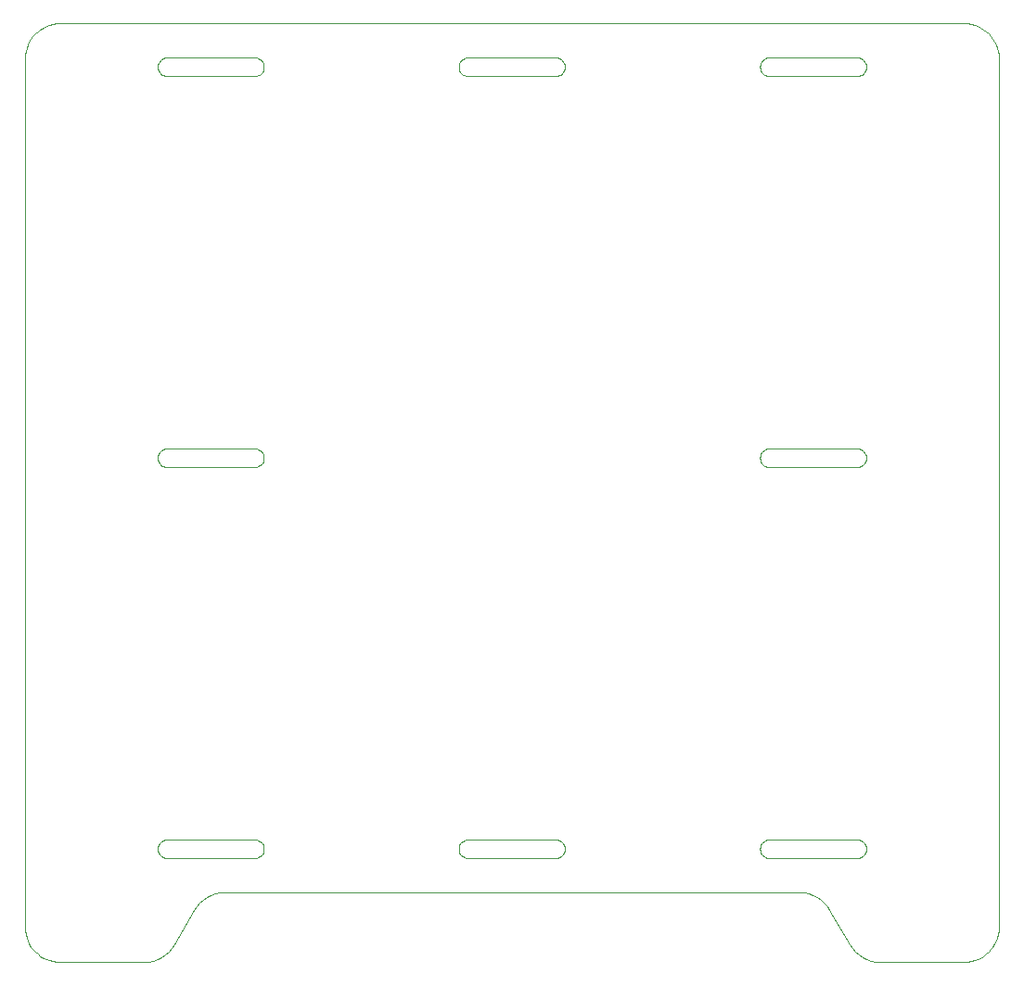
<source format=gbr>
%TF.GenerationSoftware,KiCad,Pcbnew,(5.1.10)-1*%
%TF.CreationDate,2022-01-31T16:37:24-08:00*%
%TF.ProjectId,TMPCB_Footprint-Side,544d5043-425f-4466-9f6f-747072696e74,rev?*%
%TF.SameCoordinates,Original*%
%TF.FileFunction,Profile,NP*%
%FSLAX46Y46*%
G04 Gerber Fmt 4.6, Leading zero omitted, Abs format (unit mm)*
G04 Created by KiCad (PCBNEW (5.1.10)-1) date 2022-01-31 16:37:24*
%MOMM*%
%LPD*%
G01*
G04 APERTURE LIST*
%TA.AperFunction,Profile*%
%ADD10C,0.100000*%
%TD*%
G04 APERTURE END LIST*
D10*
%TO.C,Outline*%
X163106500Y-119847800D02*
X163106500Y-119847800D01*
X163106500Y-119847800D02*
X163106500Y-119847800D01*
X162937700Y-119864800D02*
X163106500Y-119847800D01*
X162780400Y-119912800D02*
X162937700Y-119864800D01*
X162638000Y-119990800D02*
X162780400Y-119912800D01*
X162513800Y-120092800D02*
X162638000Y-119990800D01*
X162411300Y-120216800D02*
X162513800Y-120092800D01*
X162334000Y-120358800D02*
X162411300Y-120216800D01*
X162285300Y-120516800D02*
X162334000Y-120358800D01*
X162268400Y-120685800D02*
X162285300Y-120516800D01*
X162268400Y-120710800D02*
X162268400Y-120685800D01*
X162285300Y-120879800D02*
X162268400Y-120710800D01*
X162334000Y-121036800D02*
X162285300Y-120879800D01*
X162411400Y-121179800D02*
X162334000Y-121036800D01*
X162513800Y-121303800D02*
X162411400Y-121179800D01*
X162638000Y-121405800D02*
X162513800Y-121303800D01*
X162780400Y-121482800D02*
X162638000Y-121405800D01*
X162937700Y-121531800D02*
X162780400Y-121482800D01*
X163106500Y-121548800D02*
X162937700Y-121531800D01*
X171133000Y-121548800D02*
X163106500Y-121548800D01*
X171302000Y-121531800D02*
X171133000Y-121548800D01*
X171459000Y-121482800D02*
X171302000Y-121531800D01*
X171601000Y-121404800D02*
X171459000Y-121482800D01*
X171726000Y-121301800D02*
X171601000Y-121404800D01*
X171828000Y-121176800D02*
X171726000Y-121301800D01*
X171905000Y-121031800D02*
X171828000Y-121176800D01*
X171954000Y-120871800D02*
X171905000Y-121031800D01*
X171971000Y-120697800D02*
X171954000Y-120871800D01*
X171954000Y-120524800D02*
X171971000Y-120697800D01*
X171905000Y-120364800D02*
X171954000Y-120524800D01*
X171828000Y-120219800D02*
X171905000Y-120364800D01*
X171726000Y-120094800D02*
X171828000Y-120219800D01*
X171601000Y-119991800D02*
X171726000Y-120094800D01*
X171459000Y-119913800D02*
X171601000Y-119991800D01*
X171302000Y-119864800D02*
X171459000Y-119913800D01*
X171133000Y-119847800D02*
X171302000Y-119864800D01*
X163106500Y-119847800D02*
X171133000Y-119847800D01*
X135610200Y-119847800D02*
X135610200Y-119847800D01*
X135610200Y-119847800D02*
X135610200Y-119847800D01*
X135441400Y-119864800D02*
X135610200Y-119847800D01*
X135284100Y-119912800D02*
X135441400Y-119864800D01*
X135141600Y-119990800D02*
X135284100Y-119912800D01*
X135017500Y-120092800D02*
X135141600Y-119990800D01*
X134915000Y-120216800D02*
X135017500Y-120092800D01*
X134837600Y-120358800D02*
X134915000Y-120216800D01*
X134788900Y-120516800D02*
X134837600Y-120358800D01*
X134772000Y-120685800D02*
X134788900Y-120516800D01*
X134772000Y-120710800D02*
X134772000Y-120685800D01*
X134788900Y-120879800D02*
X134772000Y-120710800D01*
X134837600Y-121036800D02*
X134788900Y-120879800D01*
X134915000Y-121179800D02*
X134837600Y-121036800D01*
X135017500Y-121303800D02*
X134915000Y-121179800D01*
X135141600Y-121405800D02*
X135017500Y-121303800D01*
X135284100Y-121482800D02*
X135141600Y-121405800D01*
X135441400Y-121531800D02*
X135284100Y-121482800D01*
X135610200Y-121548800D02*
X135441400Y-121531800D01*
X143636600Y-121548800D02*
X135610200Y-121548800D01*
X143805400Y-121531800D02*
X143636600Y-121548800D01*
X143962700Y-121482800D02*
X143805400Y-121531800D01*
X144105200Y-121404800D02*
X143962700Y-121482800D01*
X144229300Y-121301800D02*
X144105200Y-121404800D01*
X144331800Y-121176800D02*
X144229300Y-121301800D01*
X144409200Y-121031800D02*
X144331800Y-121176800D01*
X144457900Y-120871800D02*
X144409200Y-121031800D01*
X144474800Y-120697800D02*
X144457900Y-120871800D01*
X144457900Y-120524800D02*
X144474800Y-120697800D01*
X144409200Y-120364800D02*
X144457900Y-120524800D01*
X144331800Y-120219800D02*
X144409200Y-120364800D01*
X144229300Y-120094800D02*
X144331800Y-120219800D01*
X144105200Y-119991800D02*
X144229300Y-120094800D01*
X143962700Y-119913800D02*
X144105200Y-119991800D01*
X143805400Y-119864800D02*
X143962700Y-119913800D01*
X143636600Y-119847800D02*
X143805400Y-119864800D01*
X135610200Y-119847800D02*
X143636600Y-119847800D01*
X108113900Y-119847800D02*
X108113900Y-119847800D01*
X108113900Y-119847800D02*
X108113900Y-119847800D01*
X107945100Y-119864800D02*
X108113900Y-119847800D01*
X107787800Y-119913800D02*
X107945100Y-119864800D01*
X107645300Y-119990800D02*
X107787800Y-119913800D01*
X107521200Y-120092800D02*
X107645300Y-119990800D01*
X107418700Y-120216800D02*
X107521200Y-120092800D01*
X107341300Y-120358800D02*
X107418700Y-120216800D01*
X107292600Y-120516800D02*
X107341300Y-120358800D01*
X107275700Y-120685800D02*
X107292600Y-120516800D01*
X107275700Y-120710800D02*
X107275700Y-120685800D01*
X107292600Y-120879800D02*
X107275700Y-120710800D01*
X107341300Y-121036800D02*
X107292600Y-120879800D01*
X107418700Y-121179800D02*
X107341300Y-121036800D01*
X107521200Y-121303800D02*
X107418700Y-121179800D01*
X107645300Y-121405800D02*
X107521200Y-121303800D01*
X107787800Y-121482800D02*
X107645300Y-121405800D01*
X107945100Y-121531800D02*
X107787800Y-121482800D01*
X108113900Y-121548800D02*
X107945100Y-121531800D01*
X116140300Y-121548800D02*
X108113900Y-121548800D01*
X116309100Y-121531800D02*
X116140300Y-121548800D01*
X116466400Y-121482800D02*
X116309100Y-121531800D01*
X116608900Y-121404800D02*
X116466400Y-121482800D01*
X116733000Y-121301800D02*
X116608900Y-121404800D01*
X116835500Y-121176800D02*
X116733000Y-121301800D01*
X116912800Y-121031800D02*
X116835500Y-121176800D01*
X116961500Y-120871800D02*
X116912800Y-121031800D01*
X116978400Y-120697800D02*
X116961500Y-120871800D01*
X116961500Y-120524800D02*
X116978400Y-120697800D01*
X116912800Y-120364800D02*
X116961500Y-120524800D01*
X116835400Y-120219800D02*
X116912800Y-120364800D01*
X116733000Y-120094800D02*
X116835400Y-120219800D01*
X116608900Y-119991800D02*
X116733000Y-120094800D01*
X116466400Y-119913800D02*
X116608900Y-119991800D01*
X116309100Y-119864800D02*
X116466400Y-119913800D01*
X116140300Y-119847800D02*
X116309100Y-119864800D01*
X108113900Y-119847800D02*
X116140300Y-119847800D01*
X163106500Y-84122700D02*
X163106500Y-84122700D01*
X163106500Y-84122700D02*
X163106500Y-84122700D01*
X162937700Y-84139600D02*
X163106500Y-84122700D01*
X162780400Y-84188300D02*
X162937700Y-84139600D01*
X162638000Y-84265700D02*
X162780400Y-84188300D01*
X162513800Y-84368100D02*
X162638000Y-84265700D01*
X162411300Y-84492000D02*
X162513800Y-84368100D01*
X162334000Y-84634300D02*
X162411300Y-84492000D01*
X162285300Y-84791800D02*
X162334000Y-84634300D01*
X162268400Y-84960900D02*
X162285300Y-84791800D01*
X162268400Y-84985700D02*
X162268400Y-84960900D01*
X162285300Y-85154700D02*
X162268400Y-84985700D01*
X162334000Y-85312200D02*
X162285300Y-85154700D01*
X162411400Y-85454500D02*
X162334000Y-85312200D01*
X162513800Y-85578400D02*
X162411400Y-85454500D01*
X162638000Y-85680800D02*
X162513800Y-85578400D01*
X162780400Y-85758200D02*
X162638000Y-85680800D01*
X162937700Y-85806900D02*
X162780400Y-85758200D01*
X163106500Y-85823800D02*
X162937700Y-85806900D01*
X171133000Y-85823800D02*
X163106500Y-85823800D01*
X171302000Y-85807000D02*
X171133000Y-85823800D01*
X171459000Y-85758200D02*
X171302000Y-85807000D01*
X171601000Y-85680300D02*
X171459000Y-85758200D01*
X171726000Y-85576800D02*
X171601000Y-85680300D01*
X171828000Y-85451500D02*
X171726000Y-85576800D01*
X171905000Y-85307100D02*
X171828000Y-85451500D01*
X171954000Y-85146500D02*
X171905000Y-85307100D01*
X171971000Y-84973200D02*
X171954000Y-85146500D01*
X171954000Y-84800300D02*
X171971000Y-84973200D01*
X171905000Y-84639900D02*
X171954000Y-84800300D01*
X171828000Y-84495300D02*
X171905000Y-84639900D01*
X171726000Y-84369700D02*
X171828000Y-84495300D01*
X171601000Y-84266500D02*
X171726000Y-84369700D01*
X171459000Y-84188800D02*
X171601000Y-84266500D01*
X171302000Y-84139800D02*
X171459000Y-84188800D01*
X171133000Y-84122700D02*
X171302000Y-84139800D01*
X163106500Y-84122700D02*
X171133000Y-84122700D01*
X108113900Y-84122700D02*
X108113900Y-84122700D01*
X108113900Y-84122700D02*
X108113900Y-84122700D01*
X107945100Y-84139600D02*
X108113900Y-84122700D01*
X107787800Y-84188300D02*
X107945100Y-84139600D01*
X107645300Y-84265700D02*
X107787800Y-84188300D01*
X107521200Y-84368100D02*
X107645300Y-84265700D01*
X107418700Y-84492000D02*
X107521200Y-84368100D01*
X107341300Y-84634300D02*
X107418700Y-84492000D01*
X107292600Y-84791800D02*
X107341300Y-84634300D01*
X107275700Y-84960800D02*
X107292600Y-84791800D01*
X107275700Y-84985600D02*
X107275700Y-84960800D01*
X107292600Y-85154700D02*
X107275700Y-84985600D01*
X107341300Y-85312200D02*
X107292600Y-85154700D01*
X107418700Y-85454500D02*
X107341300Y-85312200D01*
X107521200Y-85578400D02*
X107418700Y-85454500D01*
X107645300Y-85680800D02*
X107521200Y-85578400D01*
X107787800Y-85758200D02*
X107645300Y-85680800D01*
X107945100Y-85806900D02*
X107787800Y-85758200D01*
X108113900Y-85823800D02*
X107945100Y-85806900D01*
X116140300Y-85823800D02*
X108113900Y-85823800D01*
X116309100Y-85807000D02*
X116140300Y-85823800D01*
X116466400Y-85758200D02*
X116309100Y-85807000D01*
X116608900Y-85680300D02*
X116466400Y-85758200D01*
X116733000Y-85576800D02*
X116608900Y-85680300D01*
X116835500Y-85451500D02*
X116733000Y-85576800D01*
X116912900Y-85307100D02*
X116835500Y-85451500D01*
X116961600Y-85146500D02*
X116912900Y-85307100D01*
X116978500Y-84973200D02*
X116961600Y-85146500D01*
X116961600Y-84800300D02*
X116978500Y-84973200D01*
X116912900Y-84639900D02*
X116961600Y-84800300D01*
X116835500Y-84495300D02*
X116912900Y-84639900D01*
X116733000Y-84369700D02*
X116835500Y-84495300D01*
X116608900Y-84266500D02*
X116733000Y-84369700D01*
X116466400Y-84188800D02*
X116608900Y-84266500D01*
X116309100Y-84139800D02*
X116466400Y-84188800D01*
X116140300Y-84122700D02*
X116309100Y-84139800D01*
X108113900Y-84122700D02*
X116140300Y-84122700D01*
X163106500Y-48397700D02*
X163106500Y-48397700D01*
X163106500Y-48397700D02*
X163106500Y-48397700D01*
X162937700Y-48414600D02*
X163106500Y-48397700D01*
X162780400Y-48463300D02*
X162937700Y-48414600D01*
X162637900Y-48540700D02*
X162780400Y-48463300D01*
X162513800Y-48643100D02*
X162637900Y-48540700D01*
X162411300Y-48767000D02*
X162513800Y-48643100D01*
X162333900Y-48909300D02*
X162411300Y-48767000D01*
X162285200Y-49066800D02*
X162333900Y-48909300D01*
X162268300Y-49235900D02*
X162285200Y-49066800D01*
X162268300Y-49260700D02*
X162268300Y-49235900D01*
X162285200Y-49429700D02*
X162268300Y-49260700D01*
X162333900Y-49587200D02*
X162285200Y-49429700D01*
X162411400Y-49729500D02*
X162333900Y-49587200D01*
X162513800Y-49853400D02*
X162411400Y-49729500D01*
X162638000Y-49955800D02*
X162513800Y-49853400D01*
X162780400Y-50033200D02*
X162638000Y-49955800D01*
X162937700Y-50081900D02*
X162780400Y-50033200D01*
X163106500Y-50098800D02*
X162937700Y-50081900D01*
X171133000Y-50098800D02*
X163106500Y-50098800D01*
X171302000Y-50082000D02*
X171133000Y-50098800D01*
X171459000Y-50033200D02*
X171302000Y-50082000D01*
X171601000Y-49955300D02*
X171459000Y-50033200D01*
X171726000Y-49851800D02*
X171601000Y-49955300D01*
X171828000Y-49726500D02*
X171726000Y-49851800D01*
X171905000Y-49582100D02*
X171828000Y-49726500D01*
X171954000Y-49421500D02*
X171905000Y-49582100D01*
X171971000Y-49248200D02*
X171954000Y-49421500D01*
X171954000Y-49075300D02*
X171971000Y-49248200D01*
X171905000Y-48914900D02*
X171954000Y-49075300D01*
X171828000Y-48770300D02*
X171905000Y-48914900D01*
X171726000Y-48644700D02*
X171828000Y-48770300D01*
X171601000Y-48541500D02*
X171726000Y-48644700D01*
X171459000Y-48463800D02*
X171601000Y-48541500D01*
X171302000Y-48414800D02*
X171459000Y-48463800D01*
X171133000Y-48397700D02*
X171302000Y-48414800D01*
X163106500Y-48397700D02*
X171133000Y-48397700D01*
X135610200Y-48397700D02*
X135610200Y-48397700D01*
X135610200Y-48397700D02*
X135610200Y-48397700D01*
X135441400Y-48414600D02*
X135610200Y-48397700D01*
X135284100Y-48463300D02*
X135441400Y-48414600D01*
X135141600Y-48540700D02*
X135284100Y-48463300D01*
X135017500Y-48643100D02*
X135141600Y-48540700D01*
X134915000Y-48767000D02*
X135017500Y-48643100D01*
X134837600Y-48909300D02*
X134915000Y-48767000D01*
X134788900Y-49066800D02*
X134837600Y-48909300D01*
X134772000Y-49235900D02*
X134788900Y-49066800D01*
X134772000Y-49260700D02*
X134772000Y-49235900D01*
X134788900Y-49429700D02*
X134772000Y-49260700D01*
X134837600Y-49587200D02*
X134788900Y-49429700D01*
X134915100Y-49729500D02*
X134837600Y-49587200D01*
X135017500Y-49853400D02*
X134915100Y-49729500D01*
X135141700Y-49955800D02*
X135017500Y-49853400D01*
X135284100Y-50033200D02*
X135141700Y-49955800D01*
X135441400Y-50081900D02*
X135284100Y-50033200D01*
X135610200Y-50098800D02*
X135441400Y-50081900D01*
X143636600Y-50098800D02*
X135610200Y-50098800D01*
X143805400Y-50082000D02*
X143636600Y-50098800D01*
X143962700Y-50033200D02*
X143805400Y-50082000D01*
X144105200Y-49955300D02*
X143962700Y-50033200D01*
X144229300Y-49851800D02*
X144105200Y-49955300D01*
X144331800Y-49726500D02*
X144229300Y-49851800D01*
X144409200Y-49582100D02*
X144331800Y-49726500D01*
X144457900Y-49421500D02*
X144409200Y-49582100D01*
X144474800Y-49248200D02*
X144457900Y-49421500D01*
X144457900Y-49075300D02*
X144474800Y-49248200D01*
X144409200Y-48914900D02*
X144457900Y-49075300D01*
X144331800Y-48770300D02*
X144409200Y-48914900D01*
X144229300Y-48644700D02*
X144331800Y-48770300D01*
X144105200Y-48541500D02*
X144229300Y-48644700D01*
X143962700Y-48463800D02*
X144105200Y-48541500D01*
X143805400Y-48414800D02*
X143962700Y-48463800D01*
X143636600Y-48397700D02*
X143805400Y-48414800D01*
X135610200Y-48397700D02*
X143636600Y-48397700D01*
X108113900Y-48397700D02*
X108113900Y-48397700D01*
X108113900Y-48397700D02*
X108113900Y-48397700D01*
X107945100Y-48414600D02*
X108113900Y-48397700D01*
X107787800Y-48463300D02*
X107945100Y-48414600D01*
X107645300Y-48540700D02*
X107787800Y-48463300D01*
X107521200Y-48643100D02*
X107645300Y-48540700D01*
X107418700Y-48767000D02*
X107521200Y-48643100D01*
X107341300Y-48909300D02*
X107418700Y-48767000D01*
X107292600Y-49066800D02*
X107341300Y-48909300D01*
X107275700Y-49235900D02*
X107292600Y-49066800D01*
X107275700Y-49260700D02*
X107275700Y-49235900D01*
X107292600Y-49429700D02*
X107275700Y-49260700D01*
X107341300Y-49587200D02*
X107292600Y-49429700D01*
X107418700Y-49729500D02*
X107341300Y-49587200D01*
X107521200Y-49853400D02*
X107418700Y-49729500D01*
X107645300Y-49955800D02*
X107521200Y-49853400D01*
X107787800Y-50033200D02*
X107645300Y-49955800D01*
X107945100Y-50081900D02*
X107787800Y-50033200D01*
X108113900Y-50098800D02*
X107945100Y-50081900D01*
X116140300Y-50098800D02*
X108113900Y-50098800D01*
X116309100Y-50082000D02*
X116140300Y-50098800D01*
X116466400Y-50033200D02*
X116309100Y-50082000D01*
X116608900Y-49955300D02*
X116466400Y-50033200D01*
X116733000Y-49851800D02*
X116608900Y-49955300D01*
X116835500Y-49726500D02*
X116733000Y-49851800D01*
X116912800Y-49582100D02*
X116835500Y-49726500D01*
X116961500Y-49421500D02*
X116912800Y-49582100D01*
X116978400Y-49248200D02*
X116961500Y-49421500D01*
X116961500Y-49075300D02*
X116978400Y-49248200D01*
X116912800Y-48914900D02*
X116961500Y-49075300D01*
X116835400Y-48770300D02*
X116912800Y-48914900D01*
X116733000Y-48644700D02*
X116835400Y-48770300D01*
X116608900Y-48541500D02*
X116733000Y-48644700D01*
X116466400Y-48463800D02*
X116608900Y-48541500D01*
X116309100Y-48414800D02*
X116466400Y-48463800D01*
X116140300Y-48397700D02*
X116309100Y-48414800D01*
X108113900Y-48397700D02*
X116140300Y-48397700D01*
X173206000Y-131023800D02*
X173206000Y-131023800D01*
X173206000Y-131023800D02*
X173206000Y-131023800D01*
X172786000Y-130995800D02*
X173206000Y-131023800D01*
X172378000Y-130913800D02*
X172786000Y-130995800D01*
X171988000Y-130779800D02*
X172378000Y-130913800D01*
X171619000Y-130597800D02*
X171988000Y-130779800D01*
X171277000Y-130369800D02*
X171619000Y-130597800D01*
X170966000Y-130098800D02*
X171277000Y-130369800D01*
X170691000Y-129785800D02*
X170966000Y-130098800D01*
X170457000Y-129435800D02*
X170691000Y-129785800D01*
X168624000Y-126260800D02*
X170457000Y-129435800D01*
X168389000Y-125910800D02*
X168624000Y-126260800D01*
X168114000Y-125598800D02*
X168389000Y-125910800D01*
X167804000Y-125326800D02*
X168114000Y-125598800D01*
X167462000Y-125098800D02*
X167804000Y-125326800D01*
X167093000Y-124916800D02*
X167462000Y-125098800D01*
X166702600Y-124783800D02*
X167093000Y-124916800D01*
X166294700Y-124701800D02*
X166702600Y-124783800D01*
X165874100Y-124673800D02*
X166294700Y-124701800D01*
X113372700Y-124673800D02*
X165874100Y-124673800D01*
X112952100Y-124701800D02*
X113372700Y-124673800D01*
X112544200Y-124783800D02*
X112952100Y-124701800D01*
X112153700Y-124916800D02*
X112544200Y-124783800D01*
X111785200Y-125098800D02*
X112153700Y-124916800D01*
X111443200Y-125326800D02*
X111785200Y-125098800D01*
X111132400Y-125598800D02*
X111443200Y-125326800D01*
X110857500Y-125910800D02*
X111132400Y-125598800D01*
X110623000Y-126260800D02*
X110857500Y-125910800D01*
X108789900Y-129435800D02*
X110623000Y-126260800D01*
X108555500Y-129785800D02*
X108789900Y-129435800D01*
X108280600Y-130098800D02*
X108555500Y-129785800D01*
X107969800Y-130369800D02*
X108280600Y-130098800D01*
X107627800Y-130597800D02*
X107969800Y-130369800D01*
X107259200Y-130779800D02*
X107627800Y-130597800D01*
X106868700Y-130913800D02*
X107259200Y-130779800D01*
X106460900Y-130995800D02*
X106868700Y-130913800D01*
X106040300Y-131023800D02*
X106460900Y-130995800D01*
X98348400Y-131023800D02*
X106040300Y-131023800D01*
X98023800Y-131006800D02*
X98348400Y-131023800D01*
X97708500Y-130958800D02*
X98023800Y-131006800D01*
X97404300Y-130880800D02*
X97708500Y-130958800D01*
X97112500Y-130773800D02*
X97404300Y-130880800D01*
X96835000Y-130639800D02*
X97112500Y-130773800D01*
X96573200Y-130480800D02*
X96835000Y-130639800D01*
X96328800Y-130298800D02*
X96573200Y-130480800D01*
X96103300Y-130093800D02*
X96328800Y-130298800D01*
X95898400Y-129867800D02*
X96103300Y-130093800D01*
X95715600Y-129623800D02*
X95898400Y-129867800D01*
X95556600Y-129361800D02*
X95715600Y-129623800D01*
X95422900Y-129084800D02*
X95556600Y-129361800D01*
X95316100Y-128792800D02*
X95422900Y-129084800D01*
X95237900Y-128488800D02*
X95316100Y-128792800D01*
X95189800Y-128172800D02*
X95237900Y-128488800D01*
X95173400Y-127848800D02*
X95189800Y-128172800D01*
X95173400Y-48448500D02*
X95173400Y-127848800D01*
X95189800Y-48123900D02*
X95173400Y-48448500D01*
X95237900Y-47808600D02*
X95189800Y-48123900D01*
X95316100Y-47504300D02*
X95237900Y-47808600D01*
X95422900Y-47212600D02*
X95316100Y-47504300D01*
X95556600Y-46935100D02*
X95422900Y-47212600D01*
X95715600Y-46673300D02*
X95556600Y-46935100D01*
X95898400Y-46428900D02*
X95715600Y-46673300D01*
X96103300Y-46203400D02*
X95898400Y-46428900D01*
X96328800Y-45998500D02*
X96103300Y-46203400D01*
X96573200Y-45815700D02*
X96328800Y-45998500D01*
X96835000Y-45656700D02*
X96573200Y-45815700D01*
X97112500Y-45523000D02*
X96835000Y-45656700D01*
X97404300Y-45416200D02*
X97112500Y-45523000D01*
X97708500Y-45338000D02*
X97404300Y-45416200D01*
X98023800Y-45289900D02*
X97708500Y-45338000D01*
X98348400Y-45273500D02*
X98023800Y-45289900D01*
X180898000Y-45273500D02*
X98348400Y-45273500D01*
X181223000Y-45289900D02*
X180898000Y-45273500D01*
X181538000Y-45338000D02*
X181223000Y-45289900D01*
X181843000Y-45416200D02*
X181538000Y-45338000D01*
X182134000Y-45523000D02*
X181843000Y-45416200D01*
X182412000Y-45656700D02*
X182134000Y-45523000D01*
X182674000Y-45815700D02*
X182412000Y-45656700D01*
X182918000Y-45998500D02*
X182674000Y-45815700D01*
X183143000Y-46203400D02*
X182918000Y-45998500D01*
X183348000Y-46428900D02*
X183143000Y-46203400D01*
X183531000Y-46673300D02*
X183348000Y-46428900D01*
X183690000Y-46935100D02*
X183531000Y-46673300D01*
X183824000Y-47212600D02*
X183690000Y-46935100D01*
X183931000Y-47504300D02*
X183824000Y-47212600D01*
X184009000Y-47808600D02*
X183931000Y-47504300D01*
X184057000Y-48123900D02*
X184009000Y-47808600D01*
X184073000Y-48448500D02*
X184057000Y-48123900D01*
X184073000Y-127848800D02*
X184073000Y-48448500D01*
X184057000Y-128172800D02*
X184073000Y-127848800D01*
X184009000Y-128488800D02*
X184057000Y-128172800D01*
X183931000Y-128792800D02*
X184009000Y-128488800D01*
X183824000Y-129084800D02*
X183931000Y-128792800D01*
X183690000Y-129361800D02*
X183824000Y-129084800D01*
X183531000Y-129623800D02*
X183690000Y-129361800D01*
X183348000Y-129867800D02*
X183531000Y-129623800D01*
X183143000Y-130093800D02*
X183348000Y-129867800D01*
X182918000Y-130298800D02*
X183143000Y-130093800D01*
X182674000Y-130480800D02*
X182918000Y-130298800D01*
X182412000Y-130639800D02*
X182674000Y-130480800D01*
X182134000Y-130773800D02*
X182412000Y-130639800D01*
X181843000Y-130880800D02*
X182134000Y-130773800D01*
X181538000Y-130958800D02*
X181843000Y-130880800D01*
X181223000Y-131006800D02*
X181538000Y-130958800D01*
X180898000Y-131023800D02*
X181223000Y-131006800D01*
X173206000Y-131023800D02*
X180898000Y-131023800D01*
%TD*%
M02*

</source>
